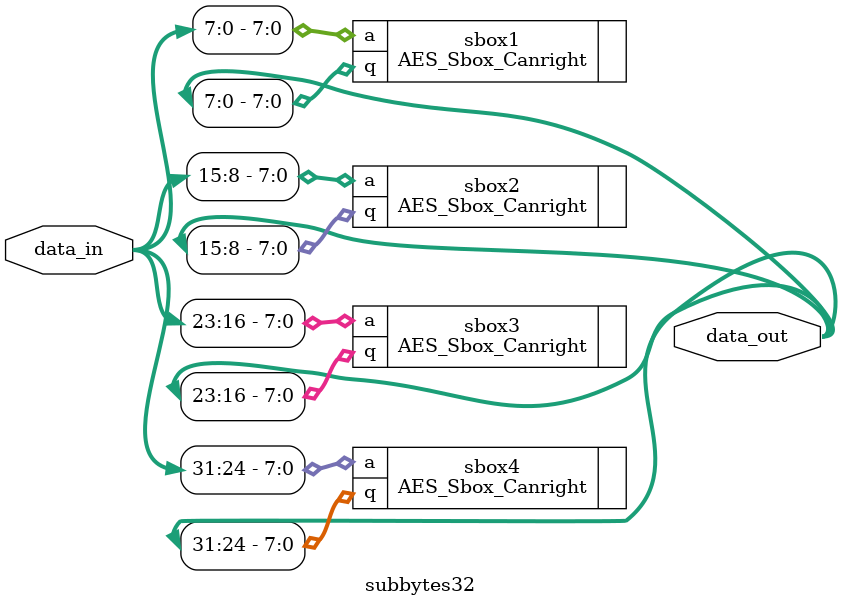
<source format=v>
module subbytes32(
	data_in,
	data_out
	);
	
	input [31:0] data_in;
	output [31:0] data_out;

	AES_Sbox_Canright sbox1(.a(data_in[7:0]	 ), .q(data_out[7:0]  ));
	AES_Sbox_Canright sbox2(.a(data_in[15:8] ), .q(data_out[15:8] ));
	AES_Sbox_Canright sbox3(.a(data_in[23:16]), .q(data_out[23:16]));
	AES_Sbox_Canright sbox4(.a(data_in[31:24]), .q(data_out[31:24]));
endmodule
</source>
